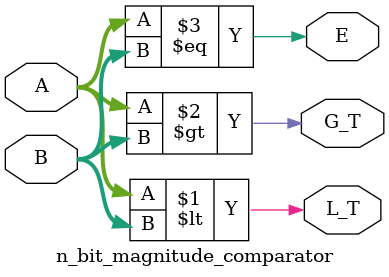
<source format=v>
`timescale 1ns / 1ps

// Author : Venu Pabbuleti 
// ID     : N180116
//Branch  : ECE
//Project : RTL design using Verilog
//Design  : N bit magnitude comparator
//Module  : Main design Module
//RGUKT NUZVID 
//////////////////////////////////////////////////////////////////////////////////


module n_bit_magnitude_comparator#(parameter N=4)(A,B,L_T,G_T,E);
input [N-1:0]A,B;
output L_T,G_T,E;

assign L_T = (A < B);
assign G_T = (A > B);
assign E   = (A == B);
endmodule
</source>
